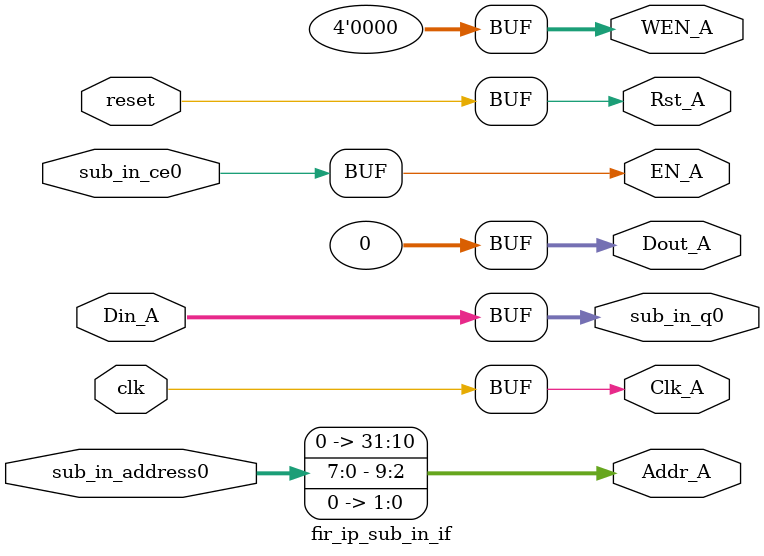
<source format=v>


`timescale 1ns/1ps

module fir_ip_sub_in_if (
    // system singals
    input  wire        clk,
    input  wire        reset,
    // user signals
    input  wire [7:0]  sub_in_address0,
    input  wire        sub_in_ce0,
    output wire [31:0] sub_in_q0,
    // bus signals
    output wire        Clk_A,
    output wire        Rst_A,
    output wire        EN_A,
    output wire [3:0]  WEN_A,
    output wire [31:0] Addr_A,
    output wire [31:0] Dout_A,
    input  wire [31:0] Din_A
);
//------------------------Body---------------------------
assign Clk_A     = clk;
assign Rst_A     = reset;
assign EN_A      = sub_in_ce0;
assign Addr_A    = {sub_in_address0, 2'b0};
assign WEN_A     = 4'b0;
assign Dout_A    = 32'b0;
assign sub_in_q0 = Din_A[31:0];

endmodule

</source>
